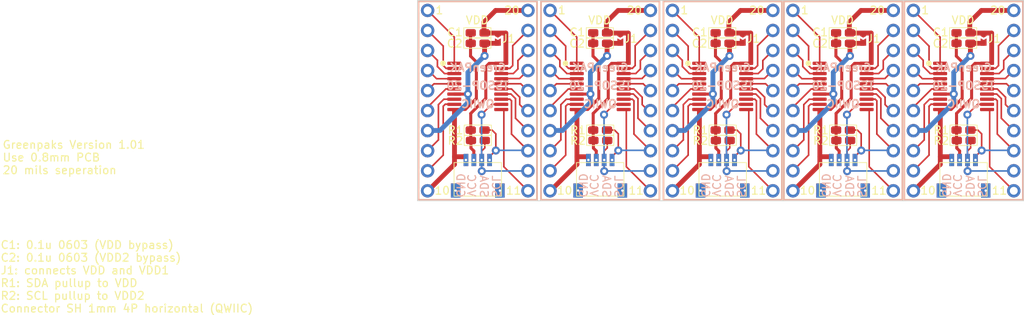
<source format=kicad_pcb>
(kicad_pcb (version 20221018) (generator pcbnew)
  (layers (0 "F.Cu" signal) (31 "B.Cu" signal) (34 "B.Paste" user) (35 "F.Paste" user) (36 "B.SilkS" user "B.Silkscreen") (37 "F.SilkS" user "F.Silkscreen") (38 "B.Mask" user) (39 "F.Mask" user) (44 "Edge.Cuts" user))
  (net 0 "")
  (footprint "greenpack_smd_adapters:GREENPAK-SMD-ADAPTER-TSSOP-20-QWIIC" (layer "F.Cu") (at 126.873 38.735)
    (fp_text reference "REF**" hide)
    (fp_text value "GREENPAK-SMD-ADAPTER-TSSOP-20-QWIIC" hide)
  )
  (footprint "greenpack_smd_adapters:GREENPAK-SMD-ADAPTER-TSSOP-20-QWIIC" (layer "F.Cu") (at 142.113 38.735)
    (fp_text reference "REF**" hide)
    (fp_text value "GREENPAK-SMD-ADAPTER-TSSOP-20-QWIIC" hide)
  )
  (footprint "greenpack_smd_adapters:GREENPAK-SMD-ADAPTER-TSSOP-20-QWIIC" (layer "F.Cu") (at 111.633 38.735)
    (fp_text reference "REF**" hide)
    (fp_text value "GREENPAK-SMD-ADAPTER-TSSOP-20-QWIIC" hide)
  )
  (footprint "greenpack_smd_adapters:GREENPAK-SMD-ADAPTER-TSSOP-20-QWIIC" (layer "F.Cu") (at 96.139 38.735)
    (fp_text reference "REF**" hide)
    (fp_text value "GREENPAK-SMD-ADAPTER-TSSOP-20-QWIIC" hide)
  )
  (footprint "greenpack_smd_adapters:GREENPAK-SMD-ADAPTER-TSSOP-20-QWIIC" (layer "F.Cu") (at 80.645 38.735)
    (fp_text reference "REF**" hide)
    (fp_text value "GREENPAK-SMD-ADAPTER-TSSOP-20-QWIIC" hide)
  )
  (gr_rect (start 73.025 26.035) (end 149.733 51.435) (stroke (width 0.1)) (fill none) (layer "Edge.Cuts"))
  (gr_text "C1: 0.1u 0603 (VDD bypass)\nC2: 0.1u 0603 (VDD2 bypass)\nJ1: connects VDD and VDD1\nR1: SDA pullup to VDD\nR2: SCL pullup to VDD2\nConnector SH 1mm 4P horizontal (QWIIC)" (at 20.193 65.659) (layer "F.SilkS") (effects (font (size 1 1)) (justify left bottom)))
  (gr_text "Greenpaks Version 1.01\nUse 0.8mm PCB\n20 mils seperation" (at 20.447 48.133) (layer "F.SilkS") (effects (font (size 1 1)) (justify left bottom)))
)
</source>
